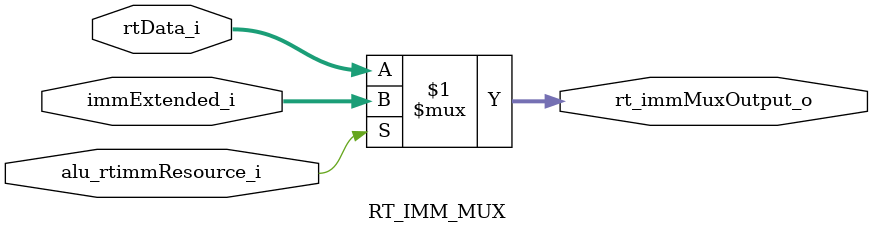
<source format=v>
module RT_IMM_MUX
(
    rtData_i,
    immExtended_i,
    alu_rtimmResource_i,
    rt_immMuxOutput_o
);


// Interface
input  [31:0] rtData_i;
input  [31:0] immExtended_i;
input  		  alu_rtimmResource_i;

output [31:0] rt_immMuxOutput_o ;
// Calculate

assign rt_immMuxOutput_o = (alu_rtimmResource_i)? immExtended_i:rtData_i;
endmodule

</source>
